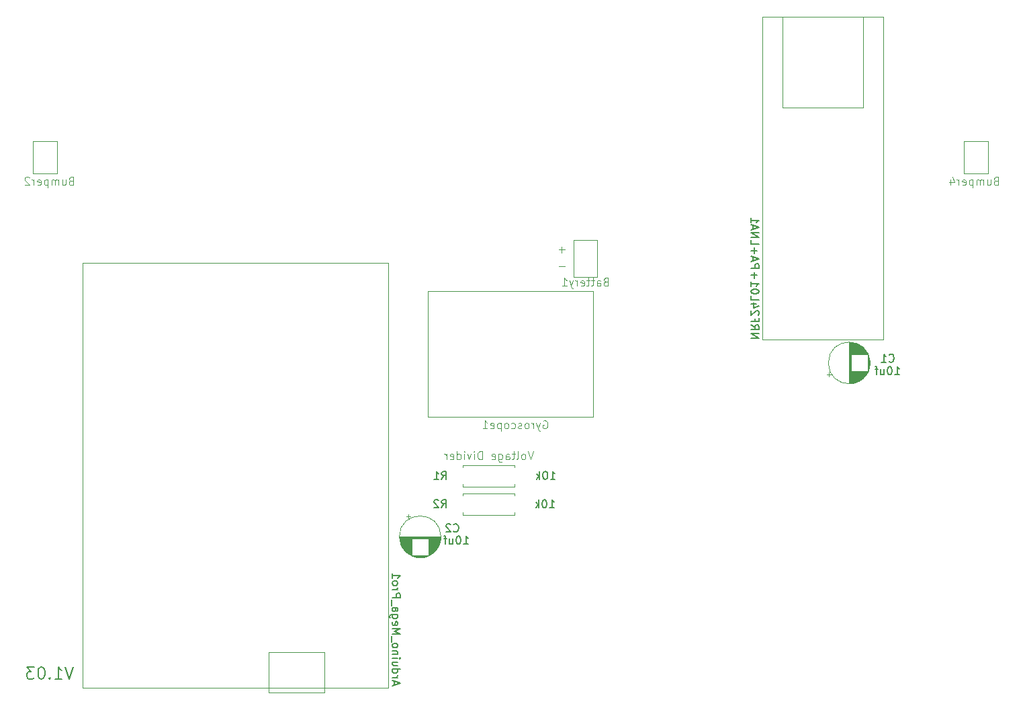
<source format=gbr>
%TF.GenerationSoftware,KiCad,Pcbnew,7.0.8*%
%TF.CreationDate,2025-02-10T02:43:01-05:00*%
%TF.ProjectId,RCTransmitterAecertRobotics,52435472-616e-4736-9d69-747465724165,V1.02*%
%TF.SameCoordinates,Original*%
%TF.FileFunction,Legend,Bot*%
%TF.FilePolarity,Positive*%
%FSLAX46Y46*%
G04 Gerber Fmt 4.6, Leading zero omitted, Abs format (unit mm)*
G04 Created by KiCad (PCBNEW 7.0.8) date 2025-02-10 02:43:01*
%MOMM*%
%LPD*%
G01*
G04 APERTURE LIST*
%ADD10C,0.200000*%
%ADD11C,0.100000*%
%ADD12C,0.150000*%
%ADD13C,0.120000*%
G04 APERTURE END LIST*
D10*
X85803998Y-138375528D02*
X85303998Y-139875528D01*
X85303998Y-139875528D02*
X84803998Y-138375528D01*
X83518284Y-139875528D02*
X84375427Y-139875528D01*
X83946856Y-139875528D02*
X83946856Y-138375528D01*
X83946856Y-138375528D02*
X84089713Y-138589814D01*
X84089713Y-138589814D02*
X84232570Y-138732671D01*
X84232570Y-138732671D02*
X84375427Y-138804100D01*
X82875428Y-139732671D02*
X82803999Y-139804100D01*
X82803999Y-139804100D02*
X82875428Y-139875528D01*
X82875428Y-139875528D02*
X82946856Y-139804100D01*
X82946856Y-139804100D02*
X82875428Y-139732671D01*
X82875428Y-139732671D02*
X82875428Y-139875528D01*
X81875427Y-138375528D02*
X81732570Y-138375528D01*
X81732570Y-138375528D02*
X81589713Y-138446957D01*
X81589713Y-138446957D02*
X81518285Y-138518385D01*
X81518285Y-138518385D02*
X81446856Y-138661242D01*
X81446856Y-138661242D02*
X81375427Y-138946957D01*
X81375427Y-138946957D02*
X81375427Y-139304100D01*
X81375427Y-139304100D02*
X81446856Y-139589814D01*
X81446856Y-139589814D02*
X81518285Y-139732671D01*
X81518285Y-139732671D02*
X81589713Y-139804100D01*
X81589713Y-139804100D02*
X81732570Y-139875528D01*
X81732570Y-139875528D02*
X81875427Y-139875528D01*
X81875427Y-139875528D02*
X82018285Y-139804100D01*
X82018285Y-139804100D02*
X82089713Y-139732671D01*
X82089713Y-139732671D02*
X82161142Y-139589814D01*
X82161142Y-139589814D02*
X82232570Y-139304100D01*
X82232570Y-139304100D02*
X82232570Y-138946957D01*
X82232570Y-138946957D02*
X82161142Y-138661242D01*
X82161142Y-138661242D02*
X82089713Y-138518385D01*
X82089713Y-138518385D02*
X82018285Y-138446957D01*
X82018285Y-138446957D02*
X81875427Y-138375528D01*
X80875428Y-138375528D02*
X79946856Y-138375528D01*
X79946856Y-138375528D02*
X80446856Y-138946957D01*
X80446856Y-138946957D02*
X80232571Y-138946957D01*
X80232571Y-138946957D02*
X80089714Y-139018385D01*
X80089714Y-139018385D02*
X80018285Y-139089814D01*
X80018285Y-139089814D02*
X79946856Y-139232671D01*
X79946856Y-139232671D02*
X79946856Y-139589814D01*
X79946856Y-139589814D02*
X80018285Y-139732671D01*
X80018285Y-139732671D02*
X80089714Y-139804100D01*
X80089714Y-139804100D02*
X80232571Y-139875528D01*
X80232571Y-139875528D02*
X80661142Y-139875528D01*
X80661142Y-139875528D02*
X80803999Y-139804100D01*
X80803999Y-139804100D02*
X80875428Y-139732671D01*
D11*
X143771238Y-111217419D02*
X143437905Y-112217419D01*
X143437905Y-112217419D02*
X143104572Y-111217419D01*
X142628381Y-112217419D02*
X142723619Y-112169800D01*
X142723619Y-112169800D02*
X142771238Y-112122180D01*
X142771238Y-112122180D02*
X142818857Y-112026942D01*
X142818857Y-112026942D02*
X142818857Y-111741228D01*
X142818857Y-111741228D02*
X142771238Y-111645990D01*
X142771238Y-111645990D02*
X142723619Y-111598371D01*
X142723619Y-111598371D02*
X142628381Y-111550752D01*
X142628381Y-111550752D02*
X142485524Y-111550752D01*
X142485524Y-111550752D02*
X142390286Y-111598371D01*
X142390286Y-111598371D02*
X142342667Y-111645990D01*
X142342667Y-111645990D02*
X142295048Y-111741228D01*
X142295048Y-111741228D02*
X142295048Y-112026942D01*
X142295048Y-112026942D02*
X142342667Y-112122180D01*
X142342667Y-112122180D02*
X142390286Y-112169800D01*
X142390286Y-112169800D02*
X142485524Y-112217419D01*
X142485524Y-112217419D02*
X142628381Y-112217419D01*
X141723619Y-112217419D02*
X141818857Y-112169800D01*
X141818857Y-112169800D02*
X141866476Y-112074561D01*
X141866476Y-112074561D02*
X141866476Y-111217419D01*
X141485523Y-111550752D02*
X141104571Y-111550752D01*
X141342666Y-111217419D02*
X141342666Y-112074561D01*
X141342666Y-112074561D02*
X141295047Y-112169800D01*
X141295047Y-112169800D02*
X141199809Y-112217419D01*
X141199809Y-112217419D02*
X141104571Y-112217419D01*
X140342666Y-112217419D02*
X140342666Y-111693609D01*
X140342666Y-111693609D02*
X140390285Y-111598371D01*
X140390285Y-111598371D02*
X140485523Y-111550752D01*
X140485523Y-111550752D02*
X140675999Y-111550752D01*
X140675999Y-111550752D02*
X140771237Y-111598371D01*
X140342666Y-112169800D02*
X140437904Y-112217419D01*
X140437904Y-112217419D02*
X140675999Y-112217419D01*
X140675999Y-112217419D02*
X140771237Y-112169800D01*
X140771237Y-112169800D02*
X140818856Y-112074561D01*
X140818856Y-112074561D02*
X140818856Y-111979323D01*
X140818856Y-111979323D02*
X140771237Y-111884085D01*
X140771237Y-111884085D02*
X140675999Y-111836466D01*
X140675999Y-111836466D02*
X140437904Y-111836466D01*
X140437904Y-111836466D02*
X140342666Y-111788847D01*
X139437904Y-111550752D02*
X139437904Y-112360276D01*
X139437904Y-112360276D02*
X139485523Y-112455514D01*
X139485523Y-112455514D02*
X139533142Y-112503133D01*
X139533142Y-112503133D02*
X139628380Y-112550752D01*
X139628380Y-112550752D02*
X139771237Y-112550752D01*
X139771237Y-112550752D02*
X139866475Y-112503133D01*
X139437904Y-112169800D02*
X139533142Y-112217419D01*
X139533142Y-112217419D02*
X139723618Y-112217419D01*
X139723618Y-112217419D02*
X139818856Y-112169800D01*
X139818856Y-112169800D02*
X139866475Y-112122180D01*
X139866475Y-112122180D02*
X139914094Y-112026942D01*
X139914094Y-112026942D02*
X139914094Y-111741228D01*
X139914094Y-111741228D02*
X139866475Y-111645990D01*
X139866475Y-111645990D02*
X139818856Y-111598371D01*
X139818856Y-111598371D02*
X139723618Y-111550752D01*
X139723618Y-111550752D02*
X139533142Y-111550752D01*
X139533142Y-111550752D02*
X139437904Y-111598371D01*
X138580761Y-112169800D02*
X138675999Y-112217419D01*
X138675999Y-112217419D02*
X138866475Y-112217419D01*
X138866475Y-112217419D02*
X138961713Y-112169800D01*
X138961713Y-112169800D02*
X139009332Y-112074561D01*
X139009332Y-112074561D02*
X139009332Y-111693609D01*
X139009332Y-111693609D02*
X138961713Y-111598371D01*
X138961713Y-111598371D02*
X138866475Y-111550752D01*
X138866475Y-111550752D02*
X138675999Y-111550752D01*
X138675999Y-111550752D02*
X138580761Y-111598371D01*
X138580761Y-111598371D02*
X138533142Y-111693609D01*
X138533142Y-111693609D02*
X138533142Y-111788847D01*
X138533142Y-111788847D02*
X139009332Y-111884085D01*
X137342665Y-112217419D02*
X137342665Y-111217419D01*
X137342665Y-111217419D02*
X137104570Y-111217419D01*
X137104570Y-111217419D02*
X136961713Y-111265038D01*
X136961713Y-111265038D02*
X136866475Y-111360276D01*
X136866475Y-111360276D02*
X136818856Y-111455514D01*
X136818856Y-111455514D02*
X136771237Y-111645990D01*
X136771237Y-111645990D02*
X136771237Y-111788847D01*
X136771237Y-111788847D02*
X136818856Y-111979323D01*
X136818856Y-111979323D02*
X136866475Y-112074561D01*
X136866475Y-112074561D02*
X136961713Y-112169800D01*
X136961713Y-112169800D02*
X137104570Y-112217419D01*
X137104570Y-112217419D02*
X137342665Y-112217419D01*
X136342665Y-112217419D02*
X136342665Y-111550752D01*
X136342665Y-111217419D02*
X136390284Y-111265038D01*
X136390284Y-111265038D02*
X136342665Y-111312657D01*
X136342665Y-111312657D02*
X136295046Y-111265038D01*
X136295046Y-111265038D02*
X136342665Y-111217419D01*
X136342665Y-111217419D02*
X136342665Y-111312657D01*
X135961713Y-111550752D02*
X135723618Y-112217419D01*
X135723618Y-112217419D02*
X135485523Y-111550752D01*
X135104570Y-112217419D02*
X135104570Y-111550752D01*
X135104570Y-111217419D02*
X135152189Y-111265038D01*
X135152189Y-111265038D02*
X135104570Y-111312657D01*
X135104570Y-111312657D02*
X135056951Y-111265038D01*
X135056951Y-111265038D02*
X135104570Y-111217419D01*
X135104570Y-111217419D02*
X135104570Y-111312657D01*
X134199809Y-112217419D02*
X134199809Y-111217419D01*
X134199809Y-112169800D02*
X134295047Y-112217419D01*
X134295047Y-112217419D02*
X134485523Y-112217419D01*
X134485523Y-112217419D02*
X134580761Y-112169800D01*
X134580761Y-112169800D02*
X134628380Y-112122180D01*
X134628380Y-112122180D02*
X134675999Y-112026942D01*
X134675999Y-112026942D02*
X134675999Y-111741228D01*
X134675999Y-111741228D02*
X134628380Y-111645990D01*
X134628380Y-111645990D02*
X134580761Y-111598371D01*
X134580761Y-111598371D02*
X134485523Y-111550752D01*
X134485523Y-111550752D02*
X134295047Y-111550752D01*
X134295047Y-111550752D02*
X134199809Y-111598371D01*
X133342666Y-112169800D02*
X133437904Y-112217419D01*
X133437904Y-112217419D02*
X133628380Y-112217419D01*
X133628380Y-112217419D02*
X133723618Y-112169800D01*
X133723618Y-112169800D02*
X133771237Y-112074561D01*
X133771237Y-112074561D02*
X133771237Y-111693609D01*
X133771237Y-111693609D02*
X133723618Y-111598371D01*
X133723618Y-111598371D02*
X133628380Y-111550752D01*
X133628380Y-111550752D02*
X133437904Y-111550752D01*
X133437904Y-111550752D02*
X133342666Y-111598371D01*
X133342666Y-111598371D02*
X133295047Y-111693609D01*
X133295047Y-111693609D02*
X133295047Y-111788847D01*
X133295047Y-111788847D02*
X133771237Y-111884085D01*
X132866475Y-112217419D02*
X132866475Y-111550752D01*
X132866475Y-111741228D02*
X132818856Y-111645990D01*
X132818856Y-111645990D02*
X132771237Y-111598371D01*
X132771237Y-111598371D02*
X132675999Y-111550752D01*
X132675999Y-111550752D02*
X132580761Y-111550752D01*
X85518285Y-77149609D02*
X85375428Y-77197228D01*
X85375428Y-77197228D02*
X85327809Y-77244847D01*
X85327809Y-77244847D02*
X85280190Y-77340085D01*
X85280190Y-77340085D02*
X85280190Y-77482942D01*
X85280190Y-77482942D02*
X85327809Y-77578180D01*
X85327809Y-77578180D02*
X85375428Y-77625800D01*
X85375428Y-77625800D02*
X85470666Y-77673419D01*
X85470666Y-77673419D02*
X85851618Y-77673419D01*
X85851618Y-77673419D02*
X85851618Y-76673419D01*
X85851618Y-76673419D02*
X85518285Y-76673419D01*
X85518285Y-76673419D02*
X85423047Y-76721038D01*
X85423047Y-76721038D02*
X85375428Y-76768657D01*
X85375428Y-76768657D02*
X85327809Y-76863895D01*
X85327809Y-76863895D02*
X85327809Y-76959133D01*
X85327809Y-76959133D02*
X85375428Y-77054371D01*
X85375428Y-77054371D02*
X85423047Y-77101990D01*
X85423047Y-77101990D02*
X85518285Y-77149609D01*
X85518285Y-77149609D02*
X85851618Y-77149609D01*
X84423047Y-77006752D02*
X84423047Y-77673419D01*
X84851618Y-77006752D02*
X84851618Y-77530561D01*
X84851618Y-77530561D02*
X84803999Y-77625800D01*
X84803999Y-77625800D02*
X84708761Y-77673419D01*
X84708761Y-77673419D02*
X84565904Y-77673419D01*
X84565904Y-77673419D02*
X84470666Y-77625800D01*
X84470666Y-77625800D02*
X84423047Y-77578180D01*
X83946856Y-77673419D02*
X83946856Y-77006752D01*
X83946856Y-77101990D02*
X83899237Y-77054371D01*
X83899237Y-77054371D02*
X83803999Y-77006752D01*
X83803999Y-77006752D02*
X83661142Y-77006752D01*
X83661142Y-77006752D02*
X83565904Y-77054371D01*
X83565904Y-77054371D02*
X83518285Y-77149609D01*
X83518285Y-77149609D02*
X83518285Y-77673419D01*
X83518285Y-77149609D02*
X83470666Y-77054371D01*
X83470666Y-77054371D02*
X83375428Y-77006752D01*
X83375428Y-77006752D02*
X83232571Y-77006752D01*
X83232571Y-77006752D02*
X83137332Y-77054371D01*
X83137332Y-77054371D02*
X83089713Y-77149609D01*
X83089713Y-77149609D02*
X83089713Y-77673419D01*
X82613523Y-77006752D02*
X82613523Y-78006752D01*
X82613523Y-77054371D02*
X82518285Y-77006752D01*
X82518285Y-77006752D02*
X82327809Y-77006752D01*
X82327809Y-77006752D02*
X82232571Y-77054371D01*
X82232571Y-77054371D02*
X82184952Y-77101990D01*
X82184952Y-77101990D02*
X82137333Y-77197228D01*
X82137333Y-77197228D02*
X82137333Y-77482942D01*
X82137333Y-77482942D02*
X82184952Y-77578180D01*
X82184952Y-77578180D02*
X82232571Y-77625800D01*
X82232571Y-77625800D02*
X82327809Y-77673419D01*
X82327809Y-77673419D02*
X82518285Y-77673419D01*
X82518285Y-77673419D02*
X82613523Y-77625800D01*
X81327809Y-77625800D02*
X81423047Y-77673419D01*
X81423047Y-77673419D02*
X81613523Y-77673419D01*
X81613523Y-77673419D02*
X81708761Y-77625800D01*
X81708761Y-77625800D02*
X81756380Y-77530561D01*
X81756380Y-77530561D02*
X81756380Y-77149609D01*
X81756380Y-77149609D02*
X81708761Y-77054371D01*
X81708761Y-77054371D02*
X81613523Y-77006752D01*
X81613523Y-77006752D02*
X81423047Y-77006752D01*
X81423047Y-77006752D02*
X81327809Y-77054371D01*
X81327809Y-77054371D02*
X81280190Y-77149609D01*
X81280190Y-77149609D02*
X81280190Y-77244847D01*
X81280190Y-77244847D02*
X81756380Y-77340085D01*
X80851618Y-77673419D02*
X80851618Y-77006752D01*
X80851618Y-77197228D02*
X80803999Y-77101990D01*
X80803999Y-77101990D02*
X80756380Y-77054371D01*
X80756380Y-77054371D02*
X80661142Y-77006752D01*
X80661142Y-77006752D02*
X80565904Y-77006752D01*
X80280189Y-76768657D02*
X80232570Y-76721038D01*
X80232570Y-76721038D02*
X80137332Y-76673419D01*
X80137332Y-76673419D02*
X79899237Y-76673419D01*
X79899237Y-76673419D02*
X79803999Y-76721038D01*
X79803999Y-76721038D02*
X79756380Y-76768657D01*
X79756380Y-76768657D02*
X79708761Y-76863895D01*
X79708761Y-76863895D02*
X79708761Y-76959133D01*
X79708761Y-76959133D02*
X79756380Y-77101990D01*
X79756380Y-77101990D02*
X80327808Y-77673419D01*
X80327808Y-77673419D02*
X79708761Y-77673419D01*
X202104285Y-77149609D02*
X201961428Y-77197228D01*
X201961428Y-77197228D02*
X201913809Y-77244847D01*
X201913809Y-77244847D02*
X201866190Y-77340085D01*
X201866190Y-77340085D02*
X201866190Y-77482942D01*
X201866190Y-77482942D02*
X201913809Y-77578180D01*
X201913809Y-77578180D02*
X201961428Y-77625800D01*
X201961428Y-77625800D02*
X202056666Y-77673419D01*
X202056666Y-77673419D02*
X202437618Y-77673419D01*
X202437618Y-77673419D02*
X202437618Y-76673419D01*
X202437618Y-76673419D02*
X202104285Y-76673419D01*
X202104285Y-76673419D02*
X202009047Y-76721038D01*
X202009047Y-76721038D02*
X201961428Y-76768657D01*
X201961428Y-76768657D02*
X201913809Y-76863895D01*
X201913809Y-76863895D02*
X201913809Y-76959133D01*
X201913809Y-76959133D02*
X201961428Y-77054371D01*
X201961428Y-77054371D02*
X202009047Y-77101990D01*
X202009047Y-77101990D02*
X202104285Y-77149609D01*
X202104285Y-77149609D02*
X202437618Y-77149609D01*
X201009047Y-77006752D02*
X201009047Y-77673419D01*
X201437618Y-77006752D02*
X201437618Y-77530561D01*
X201437618Y-77530561D02*
X201389999Y-77625800D01*
X201389999Y-77625800D02*
X201294761Y-77673419D01*
X201294761Y-77673419D02*
X201151904Y-77673419D01*
X201151904Y-77673419D02*
X201056666Y-77625800D01*
X201056666Y-77625800D02*
X201009047Y-77578180D01*
X200532856Y-77673419D02*
X200532856Y-77006752D01*
X200532856Y-77101990D02*
X200485237Y-77054371D01*
X200485237Y-77054371D02*
X200389999Y-77006752D01*
X200389999Y-77006752D02*
X200247142Y-77006752D01*
X200247142Y-77006752D02*
X200151904Y-77054371D01*
X200151904Y-77054371D02*
X200104285Y-77149609D01*
X200104285Y-77149609D02*
X200104285Y-77673419D01*
X200104285Y-77149609D02*
X200056666Y-77054371D01*
X200056666Y-77054371D02*
X199961428Y-77006752D01*
X199961428Y-77006752D02*
X199818571Y-77006752D01*
X199818571Y-77006752D02*
X199723332Y-77054371D01*
X199723332Y-77054371D02*
X199675713Y-77149609D01*
X199675713Y-77149609D02*
X199675713Y-77673419D01*
X199199523Y-77006752D02*
X199199523Y-78006752D01*
X199199523Y-77054371D02*
X199104285Y-77006752D01*
X199104285Y-77006752D02*
X198913809Y-77006752D01*
X198913809Y-77006752D02*
X198818571Y-77054371D01*
X198818571Y-77054371D02*
X198770952Y-77101990D01*
X198770952Y-77101990D02*
X198723333Y-77197228D01*
X198723333Y-77197228D02*
X198723333Y-77482942D01*
X198723333Y-77482942D02*
X198770952Y-77578180D01*
X198770952Y-77578180D02*
X198818571Y-77625800D01*
X198818571Y-77625800D02*
X198913809Y-77673419D01*
X198913809Y-77673419D02*
X199104285Y-77673419D01*
X199104285Y-77673419D02*
X199199523Y-77625800D01*
X197913809Y-77625800D02*
X198009047Y-77673419D01*
X198009047Y-77673419D02*
X198199523Y-77673419D01*
X198199523Y-77673419D02*
X198294761Y-77625800D01*
X198294761Y-77625800D02*
X198342380Y-77530561D01*
X198342380Y-77530561D02*
X198342380Y-77149609D01*
X198342380Y-77149609D02*
X198294761Y-77054371D01*
X198294761Y-77054371D02*
X198199523Y-77006752D01*
X198199523Y-77006752D02*
X198009047Y-77006752D01*
X198009047Y-77006752D02*
X197913809Y-77054371D01*
X197913809Y-77054371D02*
X197866190Y-77149609D01*
X197866190Y-77149609D02*
X197866190Y-77244847D01*
X197866190Y-77244847D02*
X198342380Y-77340085D01*
X197437618Y-77673419D02*
X197437618Y-77006752D01*
X197437618Y-77197228D02*
X197389999Y-77101990D01*
X197389999Y-77101990D02*
X197342380Y-77054371D01*
X197342380Y-77054371D02*
X197247142Y-77006752D01*
X197247142Y-77006752D02*
X197151904Y-77006752D01*
X196389999Y-77006752D02*
X196389999Y-77673419D01*
X196628094Y-76625800D02*
X196866189Y-77340085D01*
X196866189Y-77340085D02*
X196247142Y-77340085D01*
D12*
X133770666Y-121263580D02*
X133818285Y-121311200D01*
X133818285Y-121311200D02*
X133961142Y-121358819D01*
X133961142Y-121358819D02*
X134056380Y-121358819D01*
X134056380Y-121358819D02*
X134199237Y-121311200D01*
X134199237Y-121311200D02*
X134294475Y-121215961D01*
X134294475Y-121215961D02*
X134342094Y-121120723D01*
X134342094Y-121120723D02*
X134389713Y-120930247D01*
X134389713Y-120930247D02*
X134389713Y-120787390D01*
X134389713Y-120787390D02*
X134342094Y-120596914D01*
X134342094Y-120596914D02*
X134294475Y-120501676D01*
X134294475Y-120501676D02*
X134199237Y-120406438D01*
X134199237Y-120406438D02*
X134056380Y-120358819D01*
X134056380Y-120358819D02*
X133961142Y-120358819D01*
X133961142Y-120358819D02*
X133818285Y-120406438D01*
X133818285Y-120406438D02*
X133770666Y-120454057D01*
X133389713Y-120454057D02*
X133342094Y-120406438D01*
X133342094Y-120406438D02*
X133246856Y-120358819D01*
X133246856Y-120358819D02*
X133008761Y-120358819D01*
X133008761Y-120358819D02*
X132913523Y-120406438D01*
X132913523Y-120406438D02*
X132865904Y-120454057D01*
X132865904Y-120454057D02*
X132818285Y-120549295D01*
X132818285Y-120549295D02*
X132818285Y-120644533D01*
X132818285Y-120644533D02*
X132865904Y-120787390D01*
X132865904Y-120787390D02*
X133437332Y-121358819D01*
X133437332Y-121358819D02*
X132818285Y-121358819D01*
X135040571Y-122882819D02*
X135611999Y-122882819D01*
X135326285Y-122882819D02*
X135326285Y-121882819D01*
X135326285Y-121882819D02*
X135421523Y-122025676D01*
X135421523Y-122025676D02*
X135516761Y-122120914D01*
X135516761Y-122120914D02*
X135611999Y-122168533D01*
X134421523Y-121882819D02*
X134326285Y-121882819D01*
X134326285Y-121882819D02*
X134231047Y-121930438D01*
X134231047Y-121930438D02*
X134183428Y-121978057D01*
X134183428Y-121978057D02*
X134135809Y-122073295D01*
X134135809Y-122073295D02*
X134088190Y-122263771D01*
X134088190Y-122263771D02*
X134088190Y-122501866D01*
X134088190Y-122501866D02*
X134135809Y-122692342D01*
X134135809Y-122692342D02*
X134183428Y-122787580D01*
X134183428Y-122787580D02*
X134231047Y-122835200D01*
X134231047Y-122835200D02*
X134326285Y-122882819D01*
X134326285Y-122882819D02*
X134421523Y-122882819D01*
X134421523Y-122882819D02*
X134516761Y-122835200D01*
X134516761Y-122835200D02*
X134564380Y-122787580D01*
X134564380Y-122787580D02*
X134611999Y-122692342D01*
X134611999Y-122692342D02*
X134659618Y-122501866D01*
X134659618Y-122501866D02*
X134659618Y-122263771D01*
X134659618Y-122263771D02*
X134611999Y-122073295D01*
X134611999Y-122073295D02*
X134564380Y-121978057D01*
X134564380Y-121978057D02*
X134516761Y-121930438D01*
X134516761Y-121930438D02*
X134421523Y-121882819D01*
X133231047Y-122216152D02*
X133231047Y-122882819D01*
X133659618Y-122216152D02*
X133659618Y-122739961D01*
X133659618Y-122739961D02*
X133611999Y-122835200D01*
X133611999Y-122835200D02*
X133516761Y-122882819D01*
X133516761Y-122882819D02*
X133373904Y-122882819D01*
X133373904Y-122882819D02*
X133278666Y-122835200D01*
X133278666Y-122835200D02*
X133231047Y-122787580D01*
X132897713Y-122216152D02*
X132516761Y-122216152D01*
X132754856Y-122882819D02*
X132754856Y-122025676D01*
X132754856Y-122025676D02*
X132707237Y-121930438D01*
X132707237Y-121930438D02*
X132611999Y-121882819D01*
X132611999Y-121882819D02*
X132516761Y-121882819D01*
D11*
X152915619Y-89849609D02*
X152772762Y-89897228D01*
X152772762Y-89897228D02*
X152725143Y-89944847D01*
X152725143Y-89944847D02*
X152677524Y-90040085D01*
X152677524Y-90040085D02*
X152677524Y-90182942D01*
X152677524Y-90182942D02*
X152725143Y-90278180D01*
X152725143Y-90278180D02*
X152772762Y-90325800D01*
X152772762Y-90325800D02*
X152868000Y-90373419D01*
X152868000Y-90373419D02*
X153248952Y-90373419D01*
X153248952Y-90373419D02*
X153248952Y-89373419D01*
X153248952Y-89373419D02*
X152915619Y-89373419D01*
X152915619Y-89373419D02*
X152820381Y-89421038D01*
X152820381Y-89421038D02*
X152772762Y-89468657D01*
X152772762Y-89468657D02*
X152725143Y-89563895D01*
X152725143Y-89563895D02*
X152725143Y-89659133D01*
X152725143Y-89659133D02*
X152772762Y-89754371D01*
X152772762Y-89754371D02*
X152820381Y-89801990D01*
X152820381Y-89801990D02*
X152915619Y-89849609D01*
X152915619Y-89849609D02*
X153248952Y-89849609D01*
X151820381Y-90373419D02*
X151820381Y-89849609D01*
X151820381Y-89849609D02*
X151868000Y-89754371D01*
X151868000Y-89754371D02*
X151963238Y-89706752D01*
X151963238Y-89706752D02*
X152153714Y-89706752D01*
X152153714Y-89706752D02*
X152248952Y-89754371D01*
X151820381Y-90325800D02*
X151915619Y-90373419D01*
X151915619Y-90373419D02*
X152153714Y-90373419D01*
X152153714Y-90373419D02*
X152248952Y-90325800D01*
X152248952Y-90325800D02*
X152296571Y-90230561D01*
X152296571Y-90230561D02*
X152296571Y-90135323D01*
X152296571Y-90135323D02*
X152248952Y-90040085D01*
X152248952Y-90040085D02*
X152153714Y-89992466D01*
X152153714Y-89992466D02*
X151915619Y-89992466D01*
X151915619Y-89992466D02*
X151820381Y-89944847D01*
X151487047Y-89706752D02*
X151106095Y-89706752D01*
X151344190Y-89373419D02*
X151344190Y-90230561D01*
X151344190Y-90230561D02*
X151296571Y-90325800D01*
X151296571Y-90325800D02*
X151201333Y-90373419D01*
X151201333Y-90373419D02*
X151106095Y-90373419D01*
X150915618Y-89706752D02*
X150534666Y-89706752D01*
X150772761Y-89373419D02*
X150772761Y-90230561D01*
X150772761Y-90230561D02*
X150725142Y-90325800D01*
X150725142Y-90325800D02*
X150629904Y-90373419D01*
X150629904Y-90373419D02*
X150534666Y-90373419D01*
X149820380Y-90325800D02*
X149915618Y-90373419D01*
X149915618Y-90373419D02*
X150106094Y-90373419D01*
X150106094Y-90373419D02*
X150201332Y-90325800D01*
X150201332Y-90325800D02*
X150248951Y-90230561D01*
X150248951Y-90230561D02*
X150248951Y-89849609D01*
X150248951Y-89849609D02*
X150201332Y-89754371D01*
X150201332Y-89754371D02*
X150106094Y-89706752D01*
X150106094Y-89706752D02*
X149915618Y-89706752D01*
X149915618Y-89706752D02*
X149820380Y-89754371D01*
X149820380Y-89754371D02*
X149772761Y-89849609D01*
X149772761Y-89849609D02*
X149772761Y-89944847D01*
X149772761Y-89944847D02*
X150248951Y-90040085D01*
X149344189Y-90373419D02*
X149344189Y-89706752D01*
X149344189Y-89897228D02*
X149296570Y-89801990D01*
X149296570Y-89801990D02*
X149248951Y-89754371D01*
X149248951Y-89754371D02*
X149153713Y-89706752D01*
X149153713Y-89706752D02*
X149058475Y-89706752D01*
X148820379Y-89706752D02*
X148582284Y-90373419D01*
X148344189Y-89706752D02*
X148582284Y-90373419D01*
X148582284Y-90373419D02*
X148677522Y-90611514D01*
X148677522Y-90611514D02*
X148725141Y-90659133D01*
X148725141Y-90659133D02*
X148820379Y-90706752D01*
X147439427Y-90373419D02*
X148010855Y-90373419D01*
X147725141Y-90373419D02*
X147725141Y-89373419D01*
X147725141Y-89373419D02*
X147820379Y-89516276D01*
X147820379Y-89516276D02*
X147915617Y-89611514D01*
X147915617Y-89611514D02*
X148010855Y-89659133D01*
X147778115Y-87926633D02*
X147016211Y-87926633D01*
X147778115Y-85820049D02*
X147016211Y-85820049D01*
X147397163Y-86201002D02*
X147397163Y-85439097D01*
X145045033Y-107374600D02*
X145140271Y-107326981D01*
X145140271Y-107326981D02*
X145283128Y-107326981D01*
X145283128Y-107326981D02*
X145425985Y-107374600D01*
X145425985Y-107374600D02*
X145521223Y-107469838D01*
X145521223Y-107469838D02*
X145568842Y-107565076D01*
X145568842Y-107565076D02*
X145616461Y-107755552D01*
X145616461Y-107755552D02*
X145616461Y-107898409D01*
X145616461Y-107898409D02*
X145568842Y-108088885D01*
X145568842Y-108088885D02*
X145521223Y-108184123D01*
X145521223Y-108184123D02*
X145425985Y-108279362D01*
X145425985Y-108279362D02*
X145283128Y-108326981D01*
X145283128Y-108326981D02*
X145187890Y-108326981D01*
X145187890Y-108326981D02*
X145045033Y-108279362D01*
X145045033Y-108279362D02*
X144997414Y-108231742D01*
X144997414Y-108231742D02*
X144997414Y-107898409D01*
X144997414Y-107898409D02*
X145187890Y-107898409D01*
X144664080Y-107660314D02*
X144425985Y-108326981D01*
X144187890Y-107660314D02*
X144425985Y-108326981D01*
X144425985Y-108326981D02*
X144521223Y-108565076D01*
X144521223Y-108565076D02*
X144568842Y-108612695D01*
X144568842Y-108612695D02*
X144664080Y-108660314D01*
X143806937Y-108326981D02*
X143806937Y-107660314D01*
X143806937Y-107850790D02*
X143759318Y-107755552D01*
X143759318Y-107755552D02*
X143711699Y-107707933D01*
X143711699Y-107707933D02*
X143616461Y-107660314D01*
X143616461Y-107660314D02*
X143521223Y-107660314D01*
X143045032Y-108326981D02*
X143140270Y-108279362D01*
X143140270Y-108279362D02*
X143187889Y-108231742D01*
X143187889Y-108231742D02*
X143235508Y-108136504D01*
X143235508Y-108136504D02*
X143235508Y-107850790D01*
X143235508Y-107850790D02*
X143187889Y-107755552D01*
X143187889Y-107755552D02*
X143140270Y-107707933D01*
X143140270Y-107707933D02*
X143045032Y-107660314D01*
X143045032Y-107660314D02*
X142902175Y-107660314D01*
X142902175Y-107660314D02*
X142806937Y-107707933D01*
X142806937Y-107707933D02*
X142759318Y-107755552D01*
X142759318Y-107755552D02*
X142711699Y-107850790D01*
X142711699Y-107850790D02*
X142711699Y-108136504D01*
X142711699Y-108136504D02*
X142759318Y-108231742D01*
X142759318Y-108231742D02*
X142806937Y-108279362D01*
X142806937Y-108279362D02*
X142902175Y-108326981D01*
X142902175Y-108326981D02*
X143045032Y-108326981D01*
X142330746Y-108279362D02*
X142235508Y-108326981D01*
X142235508Y-108326981D02*
X142045032Y-108326981D01*
X142045032Y-108326981D02*
X141949794Y-108279362D01*
X141949794Y-108279362D02*
X141902175Y-108184123D01*
X141902175Y-108184123D02*
X141902175Y-108136504D01*
X141902175Y-108136504D02*
X141949794Y-108041266D01*
X141949794Y-108041266D02*
X142045032Y-107993647D01*
X142045032Y-107993647D02*
X142187889Y-107993647D01*
X142187889Y-107993647D02*
X142283127Y-107946028D01*
X142283127Y-107946028D02*
X142330746Y-107850790D01*
X142330746Y-107850790D02*
X142330746Y-107803171D01*
X142330746Y-107803171D02*
X142283127Y-107707933D01*
X142283127Y-107707933D02*
X142187889Y-107660314D01*
X142187889Y-107660314D02*
X142045032Y-107660314D01*
X142045032Y-107660314D02*
X141949794Y-107707933D01*
X141045032Y-108279362D02*
X141140270Y-108326981D01*
X141140270Y-108326981D02*
X141330746Y-108326981D01*
X141330746Y-108326981D02*
X141425984Y-108279362D01*
X141425984Y-108279362D02*
X141473603Y-108231742D01*
X141473603Y-108231742D02*
X141521222Y-108136504D01*
X141521222Y-108136504D02*
X141521222Y-107850790D01*
X141521222Y-107850790D02*
X141473603Y-107755552D01*
X141473603Y-107755552D02*
X141425984Y-107707933D01*
X141425984Y-107707933D02*
X141330746Y-107660314D01*
X141330746Y-107660314D02*
X141140270Y-107660314D01*
X141140270Y-107660314D02*
X141045032Y-107707933D01*
X140473603Y-108326981D02*
X140568841Y-108279362D01*
X140568841Y-108279362D02*
X140616460Y-108231742D01*
X140616460Y-108231742D02*
X140664079Y-108136504D01*
X140664079Y-108136504D02*
X140664079Y-107850790D01*
X140664079Y-107850790D02*
X140616460Y-107755552D01*
X140616460Y-107755552D02*
X140568841Y-107707933D01*
X140568841Y-107707933D02*
X140473603Y-107660314D01*
X140473603Y-107660314D02*
X140330746Y-107660314D01*
X140330746Y-107660314D02*
X140235508Y-107707933D01*
X140235508Y-107707933D02*
X140187889Y-107755552D01*
X140187889Y-107755552D02*
X140140270Y-107850790D01*
X140140270Y-107850790D02*
X140140270Y-108136504D01*
X140140270Y-108136504D02*
X140187889Y-108231742D01*
X140187889Y-108231742D02*
X140235508Y-108279362D01*
X140235508Y-108279362D02*
X140330746Y-108326981D01*
X140330746Y-108326981D02*
X140473603Y-108326981D01*
X139711698Y-107660314D02*
X139711698Y-108660314D01*
X139711698Y-107707933D02*
X139616460Y-107660314D01*
X139616460Y-107660314D02*
X139425984Y-107660314D01*
X139425984Y-107660314D02*
X139330746Y-107707933D01*
X139330746Y-107707933D02*
X139283127Y-107755552D01*
X139283127Y-107755552D02*
X139235508Y-107850790D01*
X139235508Y-107850790D02*
X139235508Y-108136504D01*
X139235508Y-108136504D02*
X139283127Y-108231742D01*
X139283127Y-108231742D02*
X139330746Y-108279362D01*
X139330746Y-108279362D02*
X139425984Y-108326981D01*
X139425984Y-108326981D02*
X139616460Y-108326981D01*
X139616460Y-108326981D02*
X139711698Y-108279362D01*
X138425984Y-108279362D02*
X138521222Y-108326981D01*
X138521222Y-108326981D02*
X138711698Y-108326981D01*
X138711698Y-108326981D02*
X138806936Y-108279362D01*
X138806936Y-108279362D02*
X138854555Y-108184123D01*
X138854555Y-108184123D02*
X138854555Y-107803171D01*
X138854555Y-107803171D02*
X138806936Y-107707933D01*
X138806936Y-107707933D02*
X138711698Y-107660314D01*
X138711698Y-107660314D02*
X138521222Y-107660314D01*
X138521222Y-107660314D02*
X138425984Y-107707933D01*
X138425984Y-107707933D02*
X138378365Y-107803171D01*
X138378365Y-107803171D02*
X138378365Y-107898409D01*
X138378365Y-107898409D02*
X138854555Y-107993647D01*
X137425984Y-108326981D02*
X137997412Y-108326981D01*
X137711698Y-108326981D02*
X137711698Y-107326981D01*
X137711698Y-107326981D02*
X137806936Y-107469838D01*
X137806936Y-107469838D02*
X137902174Y-107565076D01*
X137902174Y-107565076D02*
X137997412Y-107612695D01*
D12*
X132246666Y-118310819D02*
X132579999Y-117834628D01*
X132818094Y-118310819D02*
X132818094Y-117310819D01*
X132818094Y-117310819D02*
X132437142Y-117310819D01*
X132437142Y-117310819D02*
X132341904Y-117358438D01*
X132341904Y-117358438D02*
X132294285Y-117406057D01*
X132294285Y-117406057D02*
X132246666Y-117501295D01*
X132246666Y-117501295D02*
X132246666Y-117644152D01*
X132246666Y-117644152D02*
X132294285Y-117739390D01*
X132294285Y-117739390D02*
X132341904Y-117787009D01*
X132341904Y-117787009D02*
X132437142Y-117834628D01*
X132437142Y-117834628D02*
X132818094Y-117834628D01*
X131865713Y-117406057D02*
X131818094Y-117358438D01*
X131818094Y-117358438D02*
X131722856Y-117310819D01*
X131722856Y-117310819D02*
X131484761Y-117310819D01*
X131484761Y-117310819D02*
X131389523Y-117358438D01*
X131389523Y-117358438D02*
X131341904Y-117406057D01*
X131341904Y-117406057D02*
X131294285Y-117501295D01*
X131294285Y-117501295D02*
X131294285Y-117596533D01*
X131294285Y-117596533D02*
X131341904Y-117739390D01*
X131341904Y-117739390D02*
X131913332Y-118310819D01*
X131913332Y-118310819D02*
X131294285Y-118310819D01*
X145883238Y-118310819D02*
X146454666Y-118310819D01*
X146168952Y-118310819D02*
X146168952Y-117310819D01*
X146168952Y-117310819D02*
X146264190Y-117453676D01*
X146264190Y-117453676D02*
X146359428Y-117548914D01*
X146359428Y-117548914D02*
X146454666Y-117596533D01*
X145264190Y-117310819D02*
X145168952Y-117310819D01*
X145168952Y-117310819D02*
X145073714Y-117358438D01*
X145073714Y-117358438D02*
X145026095Y-117406057D01*
X145026095Y-117406057D02*
X144978476Y-117501295D01*
X144978476Y-117501295D02*
X144930857Y-117691771D01*
X144930857Y-117691771D02*
X144930857Y-117929866D01*
X144930857Y-117929866D02*
X144978476Y-118120342D01*
X144978476Y-118120342D02*
X145026095Y-118215580D01*
X145026095Y-118215580D02*
X145073714Y-118263200D01*
X145073714Y-118263200D02*
X145168952Y-118310819D01*
X145168952Y-118310819D02*
X145264190Y-118310819D01*
X145264190Y-118310819D02*
X145359428Y-118263200D01*
X145359428Y-118263200D02*
X145407047Y-118215580D01*
X145407047Y-118215580D02*
X145454666Y-118120342D01*
X145454666Y-118120342D02*
X145502285Y-117929866D01*
X145502285Y-117929866D02*
X145502285Y-117691771D01*
X145502285Y-117691771D02*
X145454666Y-117501295D01*
X145454666Y-117501295D02*
X145407047Y-117406057D01*
X145407047Y-117406057D02*
X145359428Y-117358438D01*
X145359428Y-117358438D02*
X145264190Y-117310819D01*
X144502285Y-118310819D02*
X144502285Y-117310819D01*
X144407047Y-117929866D02*
X144121333Y-118310819D01*
X144121333Y-117644152D02*
X144502285Y-118025104D01*
X126322895Y-140604000D02*
X126322895Y-140127810D01*
X126037180Y-140699238D02*
X127037180Y-140365905D01*
X127037180Y-140365905D02*
X126037180Y-140032572D01*
X126037180Y-139699238D02*
X126703847Y-139699238D01*
X126513371Y-139699238D02*
X126608609Y-139651619D01*
X126608609Y-139651619D02*
X126656228Y-139604000D01*
X126656228Y-139604000D02*
X126703847Y-139508762D01*
X126703847Y-139508762D02*
X126703847Y-139413524D01*
X126037180Y-138651619D02*
X127037180Y-138651619D01*
X126084800Y-138651619D02*
X126037180Y-138746857D01*
X126037180Y-138746857D02*
X126037180Y-138937333D01*
X126037180Y-138937333D02*
X126084800Y-139032571D01*
X126084800Y-139032571D02*
X126132419Y-139080190D01*
X126132419Y-139080190D02*
X126227657Y-139127809D01*
X126227657Y-139127809D02*
X126513371Y-139127809D01*
X126513371Y-139127809D02*
X126608609Y-139080190D01*
X126608609Y-139080190D02*
X126656228Y-139032571D01*
X126656228Y-139032571D02*
X126703847Y-138937333D01*
X126703847Y-138937333D02*
X126703847Y-138746857D01*
X126703847Y-138746857D02*
X126656228Y-138651619D01*
X126703847Y-137746857D02*
X126037180Y-137746857D01*
X126703847Y-138175428D02*
X126180038Y-138175428D01*
X126180038Y-138175428D02*
X126084800Y-138127809D01*
X126084800Y-138127809D02*
X126037180Y-138032571D01*
X126037180Y-138032571D02*
X126037180Y-137889714D01*
X126037180Y-137889714D02*
X126084800Y-137794476D01*
X126084800Y-137794476D02*
X126132419Y-137746857D01*
X126037180Y-137270666D02*
X126703847Y-137270666D01*
X127037180Y-137270666D02*
X126989561Y-137318285D01*
X126989561Y-137318285D02*
X126941942Y-137270666D01*
X126941942Y-137270666D02*
X126989561Y-137223047D01*
X126989561Y-137223047D02*
X127037180Y-137270666D01*
X127037180Y-137270666D02*
X126941942Y-137270666D01*
X126703847Y-136794476D02*
X126037180Y-136794476D01*
X126608609Y-136794476D02*
X126656228Y-136746857D01*
X126656228Y-136746857D02*
X126703847Y-136651619D01*
X126703847Y-136651619D02*
X126703847Y-136508762D01*
X126703847Y-136508762D02*
X126656228Y-136413524D01*
X126656228Y-136413524D02*
X126560990Y-136365905D01*
X126560990Y-136365905D02*
X126037180Y-136365905D01*
X126037180Y-135746857D02*
X126084800Y-135842095D01*
X126084800Y-135842095D02*
X126132419Y-135889714D01*
X126132419Y-135889714D02*
X126227657Y-135937333D01*
X126227657Y-135937333D02*
X126513371Y-135937333D01*
X126513371Y-135937333D02*
X126608609Y-135889714D01*
X126608609Y-135889714D02*
X126656228Y-135842095D01*
X126656228Y-135842095D02*
X126703847Y-135746857D01*
X126703847Y-135746857D02*
X126703847Y-135604000D01*
X126703847Y-135604000D02*
X126656228Y-135508762D01*
X126656228Y-135508762D02*
X126608609Y-135461143D01*
X126608609Y-135461143D02*
X126513371Y-135413524D01*
X126513371Y-135413524D02*
X126227657Y-135413524D01*
X126227657Y-135413524D02*
X126132419Y-135461143D01*
X126132419Y-135461143D02*
X126084800Y-135508762D01*
X126084800Y-135508762D02*
X126037180Y-135604000D01*
X126037180Y-135604000D02*
X126037180Y-135746857D01*
X125941942Y-135223048D02*
X125941942Y-134461143D01*
X126037180Y-134223047D02*
X127037180Y-134223047D01*
X127037180Y-134223047D02*
X126322895Y-133889714D01*
X126322895Y-133889714D02*
X127037180Y-133556381D01*
X127037180Y-133556381D02*
X126037180Y-133556381D01*
X126084800Y-132699238D02*
X126037180Y-132794476D01*
X126037180Y-132794476D02*
X126037180Y-132984952D01*
X126037180Y-132984952D02*
X126084800Y-133080190D01*
X126084800Y-133080190D02*
X126180038Y-133127809D01*
X126180038Y-133127809D02*
X126560990Y-133127809D01*
X126560990Y-133127809D02*
X126656228Y-133080190D01*
X126656228Y-133080190D02*
X126703847Y-132984952D01*
X126703847Y-132984952D02*
X126703847Y-132794476D01*
X126703847Y-132794476D02*
X126656228Y-132699238D01*
X126656228Y-132699238D02*
X126560990Y-132651619D01*
X126560990Y-132651619D02*
X126465752Y-132651619D01*
X126465752Y-132651619D02*
X126370514Y-133127809D01*
X126703847Y-131794476D02*
X125894323Y-131794476D01*
X125894323Y-131794476D02*
X125799085Y-131842095D01*
X125799085Y-131842095D02*
X125751466Y-131889714D01*
X125751466Y-131889714D02*
X125703847Y-131984952D01*
X125703847Y-131984952D02*
X125703847Y-132127809D01*
X125703847Y-132127809D02*
X125751466Y-132223047D01*
X126084800Y-131794476D02*
X126037180Y-131889714D01*
X126037180Y-131889714D02*
X126037180Y-132080190D01*
X126037180Y-132080190D02*
X126084800Y-132175428D01*
X126084800Y-132175428D02*
X126132419Y-132223047D01*
X126132419Y-132223047D02*
X126227657Y-132270666D01*
X126227657Y-132270666D02*
X126513371Y-132270666D01*
X126513371Y-132270666D02*
X126608609Y-132223047D01*
X126608609Y-132223047D02*
X126656228Y-132175428D01*
X126656228Y-132175428D02*
X126703847Y-132080190D01*
X126703847Y-132080190D02*
X126703847Y-131889714D01*
X126703847Y-131889714D02*
X126656228Y-131794476D01*
X126037180Y-130889714D02*
X126560990Y-130889714D01*
X126560990Y-130889714D02*
X126656228Y-130937333D01*
X126656228Y-130937333D02*
X126703847Y-131032571D01*
X126703847Y-131032571D02*
X126703847Y-131223047D01*
X126703847Y-131223047D02*
X126656228Y-131318285D01*
X126084800Y-130889714D02*
X126037180Y-130984952D01*
X126037180Y-130984952D02*
X126037180Y-131223047D01*
X126037180Y-131223047D02*
X126084800Y-131318285D01*
X126084800Y-131318285D02*
X126180038Y-131365904D01*
X126180038Y-131365904D02*
X126275276Y-131365904D01*
X126275276Y-131365904D02*
X126370514Y-131318285D01*
X126370514Y-131318285D02*
X126418133Y-131223047D01*
X126418133Y-131223047D02*
X126418133Y-130984952D01*
X126418133Y-130984952D02*
X126465752Y-130889714D01*
X125941942Y-130651619D02*
X125941942Y-129889714D01*
X126037180Y-129651618D02*
X127037180Y-129651618D01*
X127037180Y-129651618D02*
X127037180Y-129270666D01*
X127037180Y-129270666D02*
X126989561Y-129175428D01*
X126989561Y-129175428D02*
X126941942Y-129127809D01*
X126941942Y-129127809D02*
X126846704Y-129080190D01*
X126846704Y-129080190D02*
X126703847Y-129080190D01*
X126703847Y-129080190D02*
X126608609Y-129127809D01*
X126608609Y-129127809D02*
X126560990Y-129175428D01*
X126560990Y-129175428D02*
X126513371Y-129270666D01*
X126513371Y-129270666D02*
X126513371Y-129651618D01*
X126037180Y-128651618D02*
X126703847Y-128651618D01*
X126513371Y-128651618D02*
X126608609Y-128603999D01*
X126608609Y-128603999D02*
X126656228Y-128556380D01*
X126656228Y-128556380D02*
X126703847Y-128461142D01*
X126703847Y-128461142D02*
X126703847Y-128365904D01*
X126037180Y-127889713D02*
X126084800Y-127984951D01*
X126084800Y-127984951D02*
X126132419Y-128032570D01*
X126132419Y-128032570D02*
X126227657Y-128080189D01*
X126227657Y-128080189D02*
X126513371Y-128080189D01*
X126513371Y-128080189D02*
X126608609Y-128032570D01*
X126608609Y-128032570D02*
X126656228Y-127984951D01*
X126656228Y-127984951D02*
X126703847Y-127889713D01*
X126703847Y-127889713D02*
X126703847Y-127746856D01*
X126703847Y-127746856D02*
X126656228Y-127651618D01*
X126656228Y-127651618D02*
X126608609Y-127603999D01*
X126608609Y-127603999D02*
X126513371Y-127556380D01*
X126513371Y-127556380D02*
X126227657Y-127556380D01*
X126227657Y-127556380D02*
X126132419Y-127603999D01*
X126132419Y-127603999D02*
X126084800Y-127651618D01*
X126084800Y-127651618D02*
X126037180Y-127746856D01*
X126037180Y-127746856D02*
X126037180Y-127889713D01*
X126037180Y-126603999D02*
X126037180Y-127175427D01*
X126037180Y-126889713D02*
X127037180Y-126889713D01*
X127037180Y-126889713D02*
X126894323Y-126984951D01*
X126894323Y-126984951D02*
X126799085Y-127080189D01*
X126799085Y-127080189D02*
X126751466Y-127175427D01*
X188659271Y-99876901D02*
X188706890Y-99924521D01*
X188706890Y-99924521D02*
X188849747Y-99972140D01*
X188849747Y-99972140D02*
X188944985Y-99972140D01*
X188944985Y-99972140D02*
X189087842Y-99924521D01*
X189087842Y-99924521D02*
X189183080Y-99829282D01*
X189183080Y-99829282D02*
X189230699Y-99734044D01*
X189230699Y-99734044D02*
X189278318Y-99543568D01*
X189278318Y-99543568D02*
X189278318Y-99400711D01*
X189278318Y-99400711D02*
X189230699Y-99210235D01*
X189230699Y-99210235D02*
X189183080Y-99114997D01*
X189183080Y-99114997D02*
X189087842Y-99019759D01*
X189087842Y-99019759D02*
X188944985Y-98972140D01*
X188944985Y-98972140D02*
X188849747Y-98972140D01*
X188849747Y-98972140D02*
X188706890Y-99019759D01*
X188706890Y-99019759D02*
X188659271Y-99067378D01*
X187706890Y-99972140D02*
X188278318Y-99972140D01*
X187992604Y-99972140D02*
X187992604Y-98972140D01*
X187992604Y-98972140D02*
X188087842Y-99114997D01*
X188087842Y-99114997D02*
X188183080Y-99210235D01*
X188183080Y-99210235D02*
X188278318Y-99257854D01*
X189396571Y-101546819D02*
X189967999Y-101546819D01*
X189682285Y-101546819D02*
X189682285Y-100546819D01*
X189682285Y-100546819D02*
X189777523Y-100689676D01*
X189777523Y-100689676D02*
X189872761Y-100784914D01*
X189872761Y-100784914D02*
X189967999Y-100832533D01*
X188777523Y-100546819D02*
X188682285Y-100546819D01*
X188682285Y-100546819D02*
X188587047Y-100594438D01*
X188587047Y-100594438D02*
X188539428Y-100642057D01*
X188539428Y-100642057D02*
X188491809Y-100737295D01*
X188491809Y-100737295D02*
X188444190Y-100927771D01*
X188444190Y-100927771D02*
X188444190Y-101165866D01*
X188444190Y-101165866D02*
X188491809Y-101356342D01*
X188491809Y-101356342D02*
X188539428Y-101451580D01*
X188539428Y-101451580D02*
X188587047Y-101499200D01*
X188587047Y-101499200D02*
X188682285Y-101546819D01*
X188682285Y-101546819D02*
X188777523Y-101546819D01*
X188777523Y-101546819D02*
X188872761Y-101499200D01*
X188872761Y-101499200D02*
X188920380Y-101451580D01*
X188920380Y-101451580D02*
X188967999Y-101356342D01*
X188967999Y-101356342D02*
X189015618Y-101165866D01*
X189015618Y-101165866D02*
X189015618Y-100927771D01*
X189015618Y-100927771D02*
X188967999Y-100737295D01*
X188967999Y-100737295D02*
X188920380Y-100642057D01*
X188920380Y-100642057D02*
X188872761Y-100594438D01*
X188872761Y-100594438D02*
X188777523Y-100546819D01*
X187587047Y-100880152D02*
X187587047Y-101546819D01*
X188015618Y-100880152D02*
X188015618Y-101403961D01*
X188015618Y-101403961D02*
X187967999Y-101499200D01*
X187967999Y-101499200D02*
X187872761Y-101546819D01*
X187872761Y-101546819D02*
X187729904Y-101546819D01*
X187729904Y-101546819D02*
X187634666Y-101499200D01*
X187634666Y-101499200D02*
X187587047Y-101451580D01*
X187253713Y-100880152D02*
X186872761Y-100880152D01*
X187110856Y-101546819D02*
X187110856Y-100689676D01*
X187110856Y-100689676D02*
X187063237Y-100594438D01*
X187063237Y-100594438D02*
X186967999Y-100546819D01*
X186967999Y-100546819D02*
X186872761Y-100546819D01*
X171249180Y-96931809D02*
X172249180Y-96931809D01*
X172249180Y-96931809D02*
X171249180Y-96360381D01*
X171249180Y-96360381D02*
X172249180Y-96360381D01*
X171249180Y-95312762D02*
X171725371Y-95646095D01*
X171249180Y-95884190D02*
X172249180Y-95884190D01*
X172249180Y-95884190D02*
X172249180Y-95503238D01*
X172249180Y-95503238D02*
X172201561Y-95408000D01*
X172201561Y-95408000D02*
X172153942Y-95360381D01*
X172153942Y-95360381D02*
X172058704Y-95312762D01*
X172058704Y-95312762D02*
X171915847Y-95312762D01*
X171915847Y-95312762D02*
X171820609Y-95360381D01*
X171820609Y-95360381D02*
X171772990Y-95408000D01*
X171772990Y-95408000D02*
X171725371Y-95503238D01*
X171725371Y-95503238D02*
X171725371Y-95884190D01*
X171772990Y-94550857D02*
X171772990Y-94884190D01*
X171249180Y-94884190D02*
X172249180Y-94884190D01*
X172249180Y-94884190D02*
X172249180Y-94408000D01*
X172153942Y-94074666D02*
X172201561Y-94027047D01*
X172201561Y-94027047D02*
X172249180Y-93931809D01*
X172249180Y-93931809D02*
X172249180Y-93693714D01*
X172249180Y-93693714D02*
X172201561Y-93598476D01*
X172201561Y-93598476D02*
X172153942Y-93550857D01*
X172153942Y-93550857D02*
X172058704Y-93503238D01*
X172058704Y-93503238D02*
X171963466Y-93503238D01*
X171963466Y-93503238D02*
X171820609Y-93550857D01*
X171820609Y-93550857D02*
X171249180Y-94122285D01*
X171249180Y-94122285D02*
X171249180Y-93503238D01*
X171915847Y-92646095D02*
X171249180Y-92646095D01*
X172296800Y-92884190D02*
X171582514Y-93122285D01*
X171582514Y-93122285D02*
X171582514Y-92503238D01*
X171249180Y-91646095D02*
X171249180Y-92122285D01*
X171249180Y-92122285D02*
X172249180Y-92122285D01*
X172249180Y-91122285D02*
X172249180Y-91027047D01*
X172249180Y-91027047D02*
X172201561Y-90931809D01*
X172201561Y-90931809D02*
X172153942Y-90884190D01*
X172153942Y-90884190D02*
X172058704Y-90836571D01*
X172058704Y-90836571D02*
X171868228Y-90788952D01*
X171868228Y-90788952D02*
X171630133Y-90788952D01*
X171630133Y-90788952D02*
X171439657Y-90836571D01*
X171439657Y-90836571D02*
X171344419Y-90884190D01*
X171344419Y-90884190D02*
X171296800Y-90931809D01*
X171296800Y-90931809D02*
X171249180Y-91027047D01*
X171249180Y-91027047D02*
X171249180Y-91122285D01*
X171249180Y-91122285D02*
X171296800Y-91217523D01*
X171296800Y-91217523D02*
X171344419Y-91265142D01*
X171344419Y-91265142D02*
X171439657Y-91312761D01*
X171439657Y-91312761D02*
X171630133Y-91360380D01*
X171630133Y-91360380D02*
X171868228Y-91360380D01*
X171868228Y-91360380D02*
X172058704Y-91312761D01*
X172058704Y-91312761D02*
X172153942Y-91265142D01*
X172153942Y-91265142D02*
X172201561Y-91217523D01*
X172201561Y-91217523D02*
X172249180Y-91122285D01*
X171249180Y-89836571D02*
X171249180Y-90407999D01*
X171249180Y-90122285D02*
X172249180Y-90122285D01*
X172249180Y-90122285D02*
X172106323Y-90217523D01*
X172106323Y-90217523D02*
X172011085Y-90312761D01*
X172011085Y-90312761D02*
X171963466Y-90407999D01*
X171630133Y-89407999D02*
X171630133Y-88646095D01*
X171249180Y-89027047D02*
X172011085Y-89027047D01*
X171249180Y-88169904D02*
X172249180Y-88169904D01*
X172249180Y-88169904D02*
X172249180Y-87788952D01*
X172249180Y-87788952D02*
X172201561Y-87693714D01*
X172201561Y-87693714D02*
X172153942Y-87646095D01*
X172153942Y-87646095D02*
X172058704Y-87598476D01*
X172058704Y-87598476D02*
X171915847Y-87598476D01*
X171915847Y-87598476D02*
X171820609Y-87646095D01*
X171820609Y-87646095D02*
X171772990Y-87693714D01*
X171772990Y-87693714D02*
X171725371Y-87788952D01*
X171725371Y-87788952D02*
X171725371Y-88169904D01*
X171534895Y-87217523D02*
X171534895Y-86741333D01*
X171249180Y-87312761D02*
X172249180Y-86979428D01*
X172249180Y-86979428D02*
X171249180Y-86646095D01*
X171630133Y-86312761D02*
X171630133Y-85550857D01*
X171249180Y-85931809D02*
X172011085Y-85931809D01*
X171249180Y-84598476D02*
X171249180Y-85074666D01*
X171249180Y-85074666D02*
X172249180Y-85074666D01*
X171249180Y-84265142D02*
X172249180Y-84265142D01*
X172249180Y-84265142D02*
X171249180Y-83693714D01*
X171249180Y-83693714D02*
X172249180Y-83693714D01*
X171534895Y-83265142D02*
X171534895Y-82788952D01*
X171249180Y-83360380D02*
X172249180Y-83027047D01*
X172249180Y-83027047D02*
X171249180Y-82693714D01*
X171249180Y-81836571D02*
X171249180Y-82407999D01*
X171249180Y-82122285D02*
X172249180Y-82122285D01*
X172249180Y-82122285D02*
X172106323Y-82217523D01*
X172106323Y-82217523D02*
X172011085Y-82312761D01*
X172011085Y-82312761D02*
X171963466Y-82407999D01*
X132246666Y-114754819D02*
X132579999Y-114278628D01*
X132818094Y-114754819D02*
X132818094Y-113754819D01*
X132818094Y-113754819D02*
X132437142Y-113754819D01*
X132437142Y-113754819D02*
X132341904Y-113802438D01*
X132341904Y-113802438D02*
X132294285Y-113850057D01*
X132294285Y-113850057D02*
X132246666Y-113945295D01*
X132246666Y-113945295D02*
X132246666Y-114088152D01*
X132246666Y-114088152D02*
X132294285Y-114183390D01*
X132294285Y-114183390D02*
X132341904Y-114231009D01*
X132341904Y-114231009D02*
X132437142Y-114278628D01*
X132437142Y-114278628D02*
X132818094Y-114278628D01*
X131294285Y-114754819D02*
X131865713Y-114754819D01*
X131579999Y-114754819D02*
X131579999Y-113754819D01*
X131579999Y-113754819D02*
X131675237Y-113897676D01*
X131675237Y-113897676D02*
X131770475Y-113992914D01*
X131770475Y-113992914D02*
X131865713Y-114040533D01*
X145979134Y-114724316D02*
X146550562Y-114724316D01*
X146264848Y-114724316D02*
X146264848Y-113724316D01*
X146264848Y-113724316D02*
X146360086Y-113867173D01*
X146360086Y-113867173D02*
X146455324Y-113962411D01*
X146455324Y-113962411D02*
X146550562Y-114010030D01*
X145360086Y-113724316D02*
X145264848Y-113724316D01*
X145264848Y-113724316D02*
X145169610Y-113771935D01*
X145169610Y-113771935D02*
X145121991Y-113819554D01*
X145121991Y-113819554D02*
X145074372Y-113914792D01*
X145074372Y-113914792D02*
X145026753Y-114105268D01*
X145026753Y-114105268D02*
X145026753Y-114343363D01*
X145026753Y-114343363D02*
X145074372Y-114533839D01*
X145074372Y-114533839D02*
X145121991Y-114629077D01*
X145121991Y-114629077D02*
X145169610Y-114676697D01*
X145169610Y-114676697D02*
X145264848Y-114724316D01*
X145264848Y-114724316D02*
X145360086Y-114724316D01*
X145360086Y-114724316D02*
X145455324Y-114676697D01*
X145455324Y-114676697D02*
X145502943Y-114629077D01*
X145502943Y-114629077D02*
X145550562Y-114533839D01*
X145550562Y-114533839D02*
X145598181Y-114343363D01*
X145598181Y-114343363D02*
X145598181Y-114105268D01*
X145598181Y-114105268D02*
X145550562Y-113914792D01*
X145550562Y-113914792D02*
X145502943Y-113819554D01*
X145502943Y-113819554D02*
X145455324Y-113771935D01*
X145455324Y-113771935D02*
X145360086Y-113724316D01*
X144598181Y-114724316D02*
X144598181Y-113724316D01*
X144502943Y-114343363D02*
X144217229Y-114724316D01*
X144217229Y-114057649D02*
X144598181Y-114438601D01*
D11*
%TO.C,Bumper2*%
X83820000Y-72136000D02*
X80772000Y-72136000D01*
X80772000Y-72136000D02*
X80772000Y-76200000D01*
X80772000Y-76200000D02*
X83820000Y-76200000D01*
X83820000Y-76200000D02*
X83820000Y-72136000D01*
%TO.C,Bumper4*%
X201168000Y-72136000D02*
X198120000Y-72136000D01*
X198120000Y-72136000D02*
X198120000Y-76200000D01*
X198120000Y-76200000D02*
X201168000Y-76200000D01*
X201168000Y-76200000D02*
X201168000Y-72136000D01*
D13*
%TO.C,C2*%
X128065000Y-119160113D02*
X128065000Y-119660113D01*
X127815000Y-119410113D02*
X128315000Y-119410113D01*
X126960000Y-121964888D02*
X132120000Y-121964888D01*
X126960000Y-122004888D02*
X132120000Y-122004888D01*
X126961000Y-122044888D02*
X132119000Y-122044888D01*
X126962000Y-122084888D02*
X132118000Y-122084888D01*
X126964000Y-122124888D02*
X132116000Y-122124888D01*
X126967000Y-122164888D02*
X132113000Y-122164888D01*
X130580000Y-122204888D02*
X132109000Y-122204888D01*
X126971000Y-122204888D02*
X128500000Y-122204888D01*
X130580000Y-122244888D02*
X132105000Y-122244888D01*
X126975000Y-122244888D02*
X128500000Y-122244888D01*
X130580000Y-122284888D02*
X132101000Y-122284888D01*
X126979000Y-122284888D02*
X128500000Y-122284888D01*
X130580000Y-122324888D02*
X132096000Y-122324888D01*
X126984000Y-122324888D02*
X128500000Y-122324888D01*
X130580000Y-122364888D02*
X132090000Y-122364888D01*
X126990000Y-122364888D02*
X128500000Y-122364888D01*
X130580000Y-122404888D02*
X132083000Y-122404888D01*
X126997000Y-122404888D02*
X128500000Y-122404888D01*
X130580000Y-122444888D02*
X132076000Y-122444888D01*
X127004000Y-122444888D02*
X128500000Y-122444888D01*
X130580000Y-122484888D02*
X132068000Y-122484888D01*
X127012000Y-122484888D02*
X128500000Y-122484888D01*
X130580000Y-122524888D02*
X132060000Y-122524888D01*
X127020000Y-122524888D02*
X128500000Y-122524888D01*
X130580000Y-122564888D02*
X132051000Y-122564888D01*
X127029000Y-122564888D02*
X128500000Y-122564888D01*
X130580000Y-122604888D02*
X132041000Y-122604888D01*
X127039000Y-122604888D02*
X128500000Y-122604888D01*
X130580000Y-122644888D02*
X132031000Y-122644888D01*
X127049000Y-122644888D02*
X128500000Y-122644888D01*
X130580000Y-122685888D02*
X132020000Y-122685888D01*
X127060000Y-122685888D02*
X128500000Y-122685888D01*
X130580000Y-122725888D02*
X132008000Y-122725888D01*
X127072000Y-122725888D02*
X128500000Y-122725888D01*
X130580000Y-122765888D02*
X131995000Y-122765888D01*
X127085000Y-122765888D02*
X128500000Y-122765888D01*
X130580000Y-122805888D02*
X131982000Y-122805888D01*
X127098000Y-122805888D02*
X128500000Y-122805888D01*
X130580000Y-122845888D02*
X131968000Y-122845888D01*
X127112000Y-122845888D02*
X128500000Y-122845888D01*
X130580000Y-122885888D02*
X131954000Y-122885888D01*
X127126000Y-122885888D02*
X128500000Y-122885888D01*
X130580000Y-122925888D02*
X131938000Y-122925888D01*
X127142000Y-122925888D02*
X128500000Y-122925888D01*
X130580000Y-122965888D02*
X131922000Y-122965888D01*
X127158000Y-122965888D02*
X128500000Y-122965888D01*
X130580000Y-123005888D02*
X131905000Y-123005888D01*
X127175000Y-123005888D02*
X128500000Y-123005888D01*
X130580000Y-123045888D02*
X131888000Y-123045888D01*
X127192000Y-123045888D02*
X128500000Y-123045888D01*
X130580000Y-123085888D02*
X131869000Y-123085888D01*
X127211000Y-123085888D02*
X128500000Y-123085888D01*
X130580000Y-123125888D02*
X131850000Y-123125888D01*
X127230000Y-123125888D02*
X128500000Y-123125888D01*
X130580000Y-123165888D02*
X131830000Y-123165888D01*
X127250000Y-123165888D02*
X128500000Y-123165888D01*
X130580000Y-123205888D02*
X131808000Y-123205888D01*
X127272000Y-123205888D02*
X128500000Y-123205888D01*
X130580000Y-123245888D02*
X131787000Y-123245888D01*
X127293000Y-123245888D02*
X128500000Y-123245888D01*
X130580000Y-123285888D02*
X131764000Y-123285888D01*
X127316000Y-123285888D02*
X128500000Y-123285888D01*
X130580000Y-123325888D02*
X131740000Y-123325888D01*
X127340000Y-123325888D02*
X128500000Y-123325888D01*
X130580000Y-123365888D02*
X131715000Y-123365888D01*
X127365000Y-123365888D02*
X128500000Y-123365888D01*
X130580000Y-123405888D02*
X131689000Y-123405888D01*
X127391000Y-123405888D02*
X128500000Y-123405888D01*
X130580000Y-123445888D02*
X131662000Y-123445888D01*
X127418000Y-123445888D02*
X128500000Y-123445888D01*
X130580000Y-123485888D02*
X131635000Y-123485888D01*
X127445000Y-123485888D02*
X128500000Y-123485888D01*
X130580000Y-123525888D02*
X131605000Y-123525888D01*
X127475000Y-123525888D02*
X128500000Y-123525888D01*
X130580000Y-123565888D02*
X131575000Y-123565888D01*
X127505000Y-123565888D02*
X128500000Y-123565888D01*
X130580000Y-123605888D02*
X131544000Y-123605888D01*
X127536000Y-123605888D02*
X128500000Y-123605888D01*
X130580000Y-123645888D02*
X131511000Y-123645888D01*
X127569000Y-123645888D02*
X128500000Y-123645888D01*
X130580000Y-123685888D02*
X131477000Y-123685888D01*
X127603000Y-123685888D02*
X128500000Y-123685888D01*
X130580000Y-123725888D02*
X131441000Y-123725888D01*
X127639000Y-123725888D02*
X128500000Y-123725888D01*
X130580000Y-123765888D02*
X131404000Y-123765888D01*
X127676000Y-123765888D02*
X128500000Y-123765888D01*
X130580000Y-123805888D02*
X131366000Y-123805888D01*
X127714000Y-123805888D02*
X128500000Y-123805888D01*
X130580000Y-123845888D02*
X131325000Y-123845888D01*
X127755000Y-123845888D02*
X128500000Y-123845888D01*
X130580000Y-123885888D02*
X131283000Y-123885888D01*
X127797000Y-123885888D02*
X128500000Y-123885888D01*
X130580000Y-123925888D02*
X131239000Y-123925888D01*
X127841000Y-123925888D02*
X128500000Y-123925888D01*
X130580000Y-123965888D02*
X131193000Y-123965888D01*
X127887000Y-123965888D02*
X128500000Y-123965888D01*
X130580000Y-124005888D02*
X131145000Y-124005888D01*
X127935000Y-124005888D02*
X128500000Y-124005888D01*
X130580000Y-124045888D02*
X131094000Y-124045888D01*
X127986000Y-124045888D02*
X128500000Y-124045888D01*
X130580000Y-124085888D02*
X131040000Y-124085888D01*
X128040000Y-124085888D02*
X128500000Y-124085888D01*
X130580000Y-124125888D02*
X130983000Y-124125888D01*
X128097000Y-124125888D02*
X128500000Y-124125888D01*
X130580000Y-124165888D02*
X130923000Y-124165888D01*
X128157000Y-124165888D02*
X128500000Y-124165888D01*
X130580000Y-124205888D02*
X130859000Y-124205888D01*
X128221000Y-124205888D02*
X128500000Y-124205888D01*
X130580000Y-124245888D02*
X130791000Y-124245888D01*
X128289000Y-124245888D02*
X128500000Y-124245888D01*
X128362000Y-124285888D02*
X130718000Y-124285888D01*
X128442000Y-124325888D02*
X130638000Y-124325888D01*
X128529000Y-124365888D02*
X130551000Y-124365888D01*
X128625000Y-124405888D02*
X130455000Y-124405888D01*
X128735000Y-124445888D02*
X130345000Y-124445888D01*
X128863000Y-124485888D02*
X130217000Y-124485888D01*
X129022000Y-124525888D02*
X130058000Y-124525888D01*
X129256000Y-124565888D02*
X129824000Y-124565888D01*
X132160000Y-121964888D02*
G75*
G03*
X132160000Y-121964888I-2620000J0D01*
G01*
D11*
%TO.C,Battery1*%
X151892000Y-84582000D02*
X148911156Y-84582000D01*
X148911156Y-84582000D02*
X148911156Y-89237553D01*
X148911156Y-89237553D02*
X151892000Y-89237553D01*
X151892000Y-89237553D02*
X151892000Y-84582000D01*
%TO.C,Gyroscope1*%
X151313454Y-106832523D02*
X130513454Y-106832523D01*
X130513454Y-106832523D02*
X130513454Y-91032523D01*
X130513454Y-91032523D02*
X151313454Y-91032523D01*
X151313454Y-91032523D02*
X151313454Y-106832523D01*
D13*
%TO.C,R2*%
X141446000Y-119226000D02*
X134906000Y-119226000D01*
X141446000Y-118896000D02*
X141446000Y-119226000D01*
X141446000Y-116816000D02*
X141446000Y-116486000D01*
X141446000Y-116486000D02*
X134906000Y-116486000D01*
X134906000Y-119226000D02*
X134906000Y-118896000D01*
X134906000Y-116486000D02*
X134906000Y-116816000D01*
D11*
%TO.C,Arduino_Mega_Pro1*%
X86995000Y-140970000D02*
X125495000Y-140970000D01*
X125495000Y-140970000D02*
X125495000Y-87470000D01*
X125495000Y-87470000D02*
X86995000Y-87470000D01*
X86995000Y-87470000D02*
X86995000Y-140970000D01*
X110490000Y-141605000D02*
X117475000Y-141605000D01*
X117475000Y-141605000D02*
X117475000Y-136525000D01*
X117475000Y-136525000D02*
X110490000Y-136525000D01*
X110490000Y-136525000D02*
X110490000Y-141605000D01*
D13*
%TO.C,C1*%
X180817225Y-101551000D02*
X181317225Y-101551000D01*
X181067225Y-101801000D02*
X181067225Y-101301000D01*
X183622000Y-102656000D02*
X183622000Y-97496000D01*
X183662000Y-102656000D02*
X183662000Y-97496000D01*
X183702000Y-102655000D02*
X183702000Y-97497000D01*
X183742000Y-102654000D02*
X183742000Y-97498000D01*
X183782000Y-102652000D02*
X183782000Y-97500000D01*
X183822000Y-102649000D02*
X183822000Y-97503000D01*
X183862000Y-99036000D02*
X183862000Y-97507000D01*
X183862000Y-102645000D02*
X183862000Y-101116000D01*
X183902000Y-99036000D02*
X183902000Y-97511000D01*
X183902000Y-102641000D02*
X183902000Y-101116000D01*
X183942000Y-99036000D02*
X183942000Y-97515000D01*
X183942000Y-102637000D02*
X183942000Y-101116000D01*
X183982000Y-99036000D02*
X183982000Y-97520000D01*
X183982000Y-102632000D02*
X183982000Y-101116000D01*
X184022000Y-99036000D02*
X184022000Y-97526000D01*
X184022000Y-102626000D02*
X184022000Y-101116000D01*
X184062000Y-99036000D02*
X184062000Y-97533000D01*
X184062000Y-102619000D02*
X184062000Y-101116000D01*
X184102000Y-99036000D02*
X184102000Y-97540000D01*
X184102000Y-102612000D02*
X184102000Y-101116000D01*
X184142000Y-99036000D02*
X184142000Y-97548000D01*
X184142000Y-102604000D02*
X184142000Y-101116000D01*
X184182000Y-99036000D02*
X184182000Y-97556000D01*
X184182000Y-102596000D02*
X184182000Y-101116000D01*
X184222000Y-99036000D02*
X184222000Y-97565000D01*
X184222000Y-102587000D02*
X184222000Y-101116000D01*
X184262000Y-99036000D02*
X184262000Y-97575000D01*
X184262000Y-102577000D02*
X184262000Y-101116000D01*
X184302000Y-99036000D02*
X184302000Y-97585000D01*
X184302000Y-102567000D02*
X184302000Y-101116000D01*
X184343000Y-99036000D02*
X184343000Y-97596000D01*
X184343000Y-102556000D02*
X184343000Y-101116000D01*
X184383000Y-99036000D02*
X184383000Y-97608000D01*
X184383000Y-102544000D02*
X184383000Y-101116000D01*
X184423000Y-99036000D02*
X184423000Y-97621000D01*
X184423000Y-102531000D02*
X184423000Y-101116000D01*
X184463000Y-99036000D02*
X184463000Y-97634000D01*
X184463000Y-102518000D02*
X184463000Y-101116000D01*
X184503000Y-99036000D02*
X184503000Y-97648000D01*
X184503000Y-102504000D02*
X184503000Y-101116000D01*
X184543000Y-99036000D02*
X184543000Y-97662000D01*
X184543000Y-102490000D02*
X184543000Y-101116000D01*
X184583000Y-99036000D02*
X184583000Y-97678000D01*
X184583000Y-102474000D02*
X184583000Y-101116000D01*
X184623000Y-99036000D02*
X184623000Y-97694000D01*
X184623000Y-102458000D02*
X184623000Y-101116000D01*
X184663000Y-99036000D02*
X184663000Y-97711000D01*
X184663000Y-102441000D02*
X184663000Y-101116000D01*
X184703000Y-99036000D02*
X184703000Y-97728000D01*
X184703000Y-102424000D02*
X184703000Y-101116000D01*
X184743000Y-99036000D02*
X184743000Y-97747000D01*
X184743000Y-102405000D02*
X184743000Y-101116000D01*
X184783000Y-99036000D02*
X184783000Y-97766000D01*
X184783000Y-102386000D02*
X184783000Y-101116000D01*
X184823000Y-99036000D02*
X184823000Y-97786000D01*
X184823000Y-102366000D02*
X184823000Y-101116000D01*
X184863000Y-99036000D02*
X184863000Y-97808000D01*
X184863000Y-102344000D02*
X184863000Y-101116000D01*
X184903000Y-99036000D02*
X184903000Y-97829000D01*
X184903000Y-102323000D02*
X184903000Y-101116000D01*
X184943000Y-99036000D02*
X184943000Y-97852000D01*
X184943000Y-102300000D02*
X184943000Y-101116000D01*
X184983000Y-99036000D02*
X184983000Y-97876000D01*
X184983000Y-102276000D02*
X184983000Y-101116000D01*
X185023000Y-99036000D02*
X185023000Y-97901000D01*
X185023000Y-102251000D02*
X185023000Y-101116000D01*
X185063000Y-99036000D02*
X185063000Y-97927000D01*
X185063000Y-102225000D02*
X185063000Y-101116000D01*
X185103000Y-99036000D02*
X185103000Y-97954000D01*
X185103000Y-102198000D02*
X185103000Y-101116000D01*
X185143000Y-99036000D02*
X185143000Y-97981000D01*
X185143000Y-102171000D02*
X185143000Y-101116000D01*
X185183000Y-99036000D02*
X185183000Y-98011000D01*
X185183000Y-102141000D02*
X185183000Y-101116000D01*
X185223000Y-99036000D02*
X185223000Y-98041000D01*
X185223000Y-102111000D02*
X185223000Y-101116000D01*
X185263000Y-99036000D02*
X185263000Y-98072000D01*
X185263000Y-102080000D02*
X185263000Y-101116000D01*
X185303000Y-99036000D02*
X185303000Y-98105000D01*
X185303000Y-102047000D02*
X185303000Y-101116000D01*
X185343000Y-99036000D02*
X185343000Y-98139000D01*
X185343000Y-102013000D02*
X185343000Y-101116000D01*
X185383000Y-99036000D02*
X185383000Y-98175000D01*
X185383000Y-101977000D02*
X185383000Y-101116000D01*
X185423000Y-99036000D02*
X185423000Y-98212000D01*
X185423000Y-101940000D02*
X185423000Y-101116000D01*
X185463000Y-99036000D02*
X185463000Y-98250000D01*
X185463000Y-101902000D02*
X185463000Y-101116000D01*
X185503000Y-99036000D02*
X185503000Y-98291000D01*
X185503000Y-101861000D02*
X185503000Y-101116000D01*
X185543000Y-99036000D02*
X185543000Y-98333000D01*
X185543000Y-101819000D02*
X185543000Y-101116000D01*
X185583000Y-99036000D02*
X185583000Y-98377000D01*
X185583000Y-101775000D02*
X185583000Y-101116000D01*
X185623000Y-99036000D02*
X185623000Y-98423000D01*
X185623000Y-101729000D02*
X185623000Y-101116000D01*
X185663000Y-99036000D02*
X185663000Y-98471000D01*
X185663000Y-101681000D02*
X185663000Y-101116000D01*
X185703000Y-99036000D02*
X185703000Y-98522000D01*
X185703000Y-101630000D02*
X185703000Y-101116000D01*
X185743000Y-99036000D02*
X185743000Y-98576000D01*
X185743000Y-101576000D02*
X185743000Y-101116000D01*
X185783000Y-99036000D02*
X185783000Y-98633000D01*
X185783000Y-101519000D02*
X185783000Y-101116000D01*
X185823000Y-99036000D02*
X185823000Y-98693000D01*
X185823000Y-101459000D02*
X185823000Y-101116000D01*
X185863000Y-99036000D02*
X185863000Y-98757000D01*
X185863000Y-101395000D02*
X185863000Y-101116000D01*
X185903000Y-99036000D02*
X185903000Y-98825000D01*
X185903000Y-101327000D02*
X185903000Y-101116000D01*
X185943000Y-101254000D02*
X185943000Y-98898000D01*
X185983000Y-101174000D02*
X185983000Y-98978000D01*
X186023000Y-101087000D02*
X186023000Y-99065000D01*
X186063000Y-100991000D02*
X186063000Y-99161000D01*
X186103000Y-100881000D02*
X186103000Y-99271000D01*
X186143000Y-100753000D02*
X186143000Y-99399000D01*
X186183000Y-100594000D02*
X186183000Y-99558000D01*
X186223000Y-100360000D02*
X186223000Y-99792000D01*
X186242000Y-100076000D02*
G75*
G03*
X186242000Y-100076000I-2620000J0D01*
G01*
D11*
%TO.C,NRF24L01+PA+LNA1*%
X187960000Y-97155000D02*
X172720000Y-97155000D01*
X172720000Y-97155000D02*
X172720000Y-56515000D01*
X172720000Y-56515000D02*
X187960000Y-56515000D01*
X187960000Y-56515000D02*
X187960000Y-97155000D01*
X185420000Y-67945000D02*
X175260000Y-67945000D01*
X175260000Y-67945000D02*
X175260000Y-56515000D01*
X175260000Y-56515000D02*
X185420000Y-56515000D01*
X185420000Y-56515000D02*
X185420000Y-67945000D01*
D13*
%TO.C,R1*%
X134906000Y-112930000D02*
X141446000Y-112930000D01*
X134906000Y-113260000D02*
X134906000Y-112930000D01*
X134906000Y-115340000D02*
X134906000Y-115670000D01*
X134906000Y-115670000D02*
X141446000Y-115670000D01*
X141446000Y-112930000D02*
X141446000Y-113260000D01*
X141446000Y-115670000D02*
X141446000Y-115340000D01*
%TD*%
M02*

</source>
